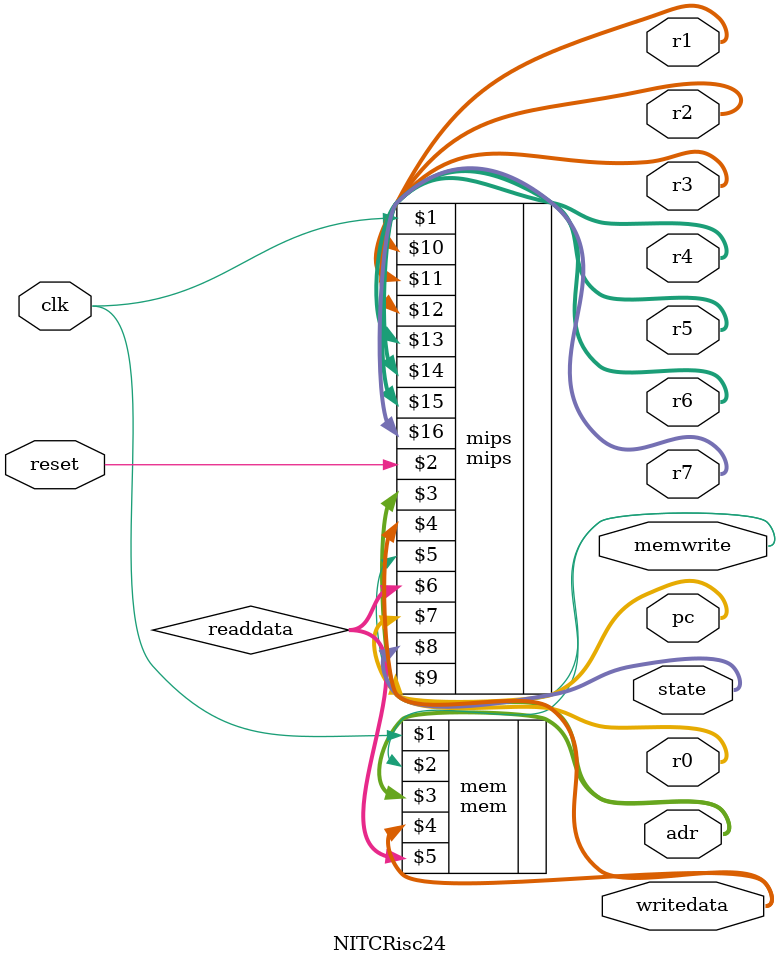
<source format=v>
module NITCRisc24(	input clk, reset,
					output [15:0] pc,
					output [4:0] state,
					output [15:0] r0,r1,r2,r3,r4,r5,r6,r7,
					output [15:0] writedata, adr,
					output memwrite);

	wire [15:0] readdata;
	
	//instantiate processor and memory
	mips mips(clk, reset, adr, writedata, memwrite, readdata, pc, state, r0,r1,r2,r3,r4,r5,r6,r7);
	mem mem(clk, memwrite,adr, writedata, readdata);
				
endmodule 
</source>
